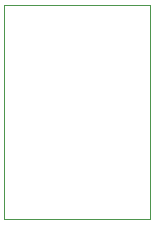
<source format=gbr>
%TF.GenerationSoftware,KiCad,Pcbnew,9.0.0*%
%TF.CreationDate,2025-09-15T17:26:31+09:00*%
%TF.ProjectId,ICS,4943532e-6b69-4636-9164-5f7063625858,rev?*%
%TF.SameCoordinates,Original*%
%TF.FileFunction,Profile,NP*%
%FSLAX46Y46*%
G04 Gerber Fmt 4.6, Leading zero omitted, Abs format (unit mm)*
G04 Created by KiCad (PCBNEW 9.0.0) date 2025-09-15 17:26:31*
%MOMM*%
%LPD*%
G01*
G04 APERTURE LIST*
%TA.AperFunction,Profile*%
%ADD10C,0.050000*%
%TD*%
G04 APERTURE END LIST*
D10*
X115950000Y-84810000D02*
X128320000Y-84810000D01*
X128320000Y-102920000D01*
X115950000Y-102920000D01*
X115950000Y-84810000D01*
M02*

</source>
